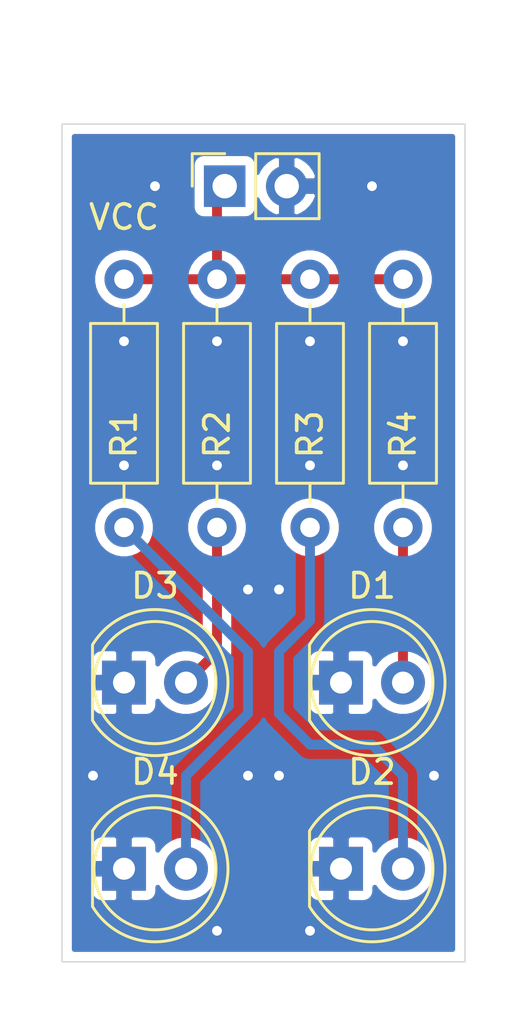
<source format=kicad_pcb>
(kicad_pcb (version 20171130) (host pcbnew "(5.1.5)-3")

  (general
    (thickness 1.6)
    (drawings 7)
    (tracks 37)
    (zones 0)
    (modules 9)
    (nets 7)
  )

  (page A4)
  (layers
    (0 F.Cu signal)
    (31 B.Cu signal)
    (32 B.Adhes user)
    (33 F.Adhes user)
    (34 B.Paste user)
    (35 F.Paste user)
    (36 B.SilkS user)
    (37 F.SilkS user)
    (38 B.Mask user)
    (39 F.Mask user)
    (40 Dwgs.User user)
    (41 Cmts.User user)
    (42 Eco1.User user)
    (43 Eco2.User user)
    (44 Edge.Cuts user)
    (45 Margin user)
    (46 B.CrtYd user)
    (47 F.CrtYd user)
    (48 B.Fab user)
    (49 F.Fab user)
  )

  (setup
    (last_trace_width 0.4064)
    (user_trace_width 0.3048)
    (user_trace_width 0.4064)
    (trace_clearance 0.2)
    (zone_clearance 0.381)
    (zone_45_only no)
    (trace_min 0.1524)
    (via_size 0.8)
    (via_drill 0.4)
    (via_min_size 0.508)
    (via_min_drill 0.254)
    (user_via 0.4064 0.254)
    (uvia_size 0.3)
    (uvia_drill 0.1)
    (uvias_allowed no)
    (uvia_min_size 0)
    (uvia_min_drill 0)
    (edge_width 0.05)
    (segment_width 0.2)
    (pcb_text_width 0.3)
    (pcb_text_size 1.5 1.5)
    (mod_edge_width 0.12)
    (mod_text_size 1 1)
    (mod_text_width 0.15)
    (pad_size 1.524 1.524)
    (pad_drill 0.762)
    (pad_to_mask_clearance 0.0508)
    (solder_mask_min_width 0.1016)
    (aux_axis_origin 143.51 152.4)
    (visible_elements FFFFFF7F)
    (pcbplotparams
      (layerselection 0x010fc_ffffffff)
      (usegerberextensions false)
      (usegerberattributes false)
      (usegerberadvancedattributes false)
      (creategerberjobfile false)
      (excludeedgelayer true)
      (linewidth 0.100000)
      (plotframeref false)
      (viasonmask false)
      (mode 1)
      (useauxorigin false)
      (hpglpennumber 1)
      (hpglpenspeed 20)
      (hpglpendiameter 15.000000)
      (psnegative false)
      (psa4output false)
      (plotreference true)
      (plotvalue true)
      (plotinvisibletext false)
      (padsonsilk false)
      (subtractmaskfromsilk false)
      (outputformat 1)
      (mirror false)
      (drillshape 1)
      (scaleselection 1)
      (outputdirectory ""))
  )

  (net 0 "")
  (net 1 "Net-(D1-Pad2)")
  (net 2 GND)
  (net 3 "Net-(D2-Pad2)")
  (net 4 "Net-(D3-Pad2)")
  (net 5 "Net-(D4-Pad2)")
  (net 6 VCC)

  (net_class Default "This is the default net class."
    (clearance 0.2)
    (trace_width 0.25)
    (via_dia 0.8)
    (via_drill 0.4)
    (uvia_dia 0.3)
    (uvia_drill 0.1)
    (add_net GND)
    (add_net "Net-(D1-Pad2)")
    (add_net "Net-(D2-Pad2)")
    (add_net "Net-(D3-Pad2)")
    (add_net "Net-(D4-Pad2)")
    (add_net VCC)
  )

  (module Resistor_THT:R_Axial_DIN0207_L6.3mm_D2.5mm_P10.16mm_Horizontal (layer F.Cu) (tedit 5AE5139B) (tstamp 5E728E95)
    (at 157.48 124.46 270)
    (descr "Resistor, Axial_DIN0207 series, Axial, Horizontal, pin pitch=10.16mm, 0.25W = 1/4W, length*diameter=6.3*2.5mm^2, http://cdn-reichelt.de/documents/datenblatt/B400/1_4W%23YAG.pdf")
    (tags "Resistor Axial_DIN0207 series Axial Horizontal pin pitch 10.16mm 0.25W = 1/4W length 6.3mm diameter 2.5mm")
    (path /5E72E941)
    (fp_text reference R4 (at 6.35 0 90) (layer F.SilkS)
      (effects (font (size 1 1) (thickness 0.15)))
    )
    (fp_text value R_US (at 5.08 21.59 90) (layer F.Fab) hide
      (effects (font (size 1 1) (thickness 0.15)))
    )
    (fp_text user %R (at 3.81 0 90) (layer F.Fab)
      (effects (font (size 1 1) (thickness 0.15)))
    )
    (fp_line (start 11.21 -1.5) (end -1.05 -1.5) (layer F.CrtYd) (width 0.05))
    (fp_line (start 11.21 1.5) (end 11.21 -1.5) (layer F.CrtYd) (width 0.05))
    (fp_line (start -1.05 1.5) (end 11.21 1.5) (layer F.CrtYd) (width 0.05))
    (fp_line (start -1.05 -1.5) (end -1.05 1.5) (layer F.CrtYd) (width 0.05))
    (fp_line (start 9.12 0) (end 8.35 0) (layer F.SilkS) (width 0.12))
    (fp_line (start 1.04 0) (end 1.81 0) (layer F.SilkS) (width 0.12))
    (fp_line (start 8.35 -1.37) (end 1.81 -1.37) (layer F.SilkS) (width 0.12))
    (fp_line (start 8.35 1.37) (end 8.35 -1.37) (layer F.SilkS) (width 0.12))
    (fp_line (start 1.81 1.37) (end 8.35 1.37) (layer F.SilkS) (width 0.12))
    (fp_line (start 1.81 -1.37) (end 1.81 1.37) (layer F.SilkS) (width 0.12))
    (fp_line (start 10.16 0) (end 8.23 0) (layer F.Fab) (width 0.1))
    (fp_line (start 0 0) (end 1.93 0) (layer F.Fab) (width 0.1))
    (fp_line (start 8.23 -1.25) (end 1.93 -1.25) (layer F.Fab) (width 0.1))
    (fp_line (start 8.23 1.25) (end 8.23 -1.25) (layer F.Fab) (width 0.1))
    (fp_line (start 1.93 1.25) (end 8.23 1.25) (layer F.Fab) (width 0.1))
    (fp_line (start 1.93 -1.25) (end 1.93 1.25) (layer F.Fab) (width 0.1))
    (pad 2 thru_hole oval (at 10.16 0 270) (size 1.6 1.6) (drill 0.8) (layers *.Cu *.Mask)
      (net 1 "Net-(D1-Pad2)"))
    (pad 1 thru_hole circle (at 0 0 270) (size 1.6 1.6) (drill 0.8) (layers *.Cu *.Mask)
      (net 6 VCC))
    (model ${KISYS3DMOD}/Resistor_THT.3dshapes/R_Axial_DIN0207_L6.3mm_D2.5mm_P10.16mm_Horizontal.wrl
      (at (xyz 0 0 0))
      (scale (xyz 1 1 1))
      (rotate (xyz 0 0 0))
    )
  )

  (module Resistor_THT:R_Axial_DIN0207_L6.3mm_D2.5mm_P10.16mm_Horizontal (layer F.Cu) (tedit 5AE5139B) (tstamp 5E728E7E)
    (at 153.67 124.46 270)
    (descr "Resistor, Axial_DIN0207 series, Axial, Horizontal, pin pitch=10.16mm, 0.25W = 1/4W, length*diameter=6.3*2.5mm^2, http://cdn-reichelt.de/documents/datenblatt/B400/1_4W%23YAG.pdf")
    (tags "Resistor Axial_DIN0207 series Axial Horizontal pin pitch 10.16mm 0.25W = 1/4W length 6.3mm diameter 2.5mm")
    (path /5E738548)
    (fp_text reference R3 (at 6.35 0 90) (layer F.SilkS)
      (effects (font (size 1 1) (thickness 0.15)))
    )
    (fp_text value R_US (at 5.08 16.51 90) (layer F.Fab) hide
      (effects (font (size 1 1) (thickness 0.15)))
    )
    (fp_text user %R (at 3.81 0 90) (layer F.Fab)
      (effects (font (size 1 1) (thickness 0.15)))
    )
    (fp_line (start 11.21 -1.5) (end -1.05 -1.5) (layer F.CrtYd) (width 0.05))
    (fp_line (start 11.21 1.5) (end 11.21 -1.5) (layer F.CrtYd) (width 0.05))
    (fp_line (start -1.05 1.5) (end 11.21 1.5) (layer F.CrtYd) (width 0.05))
    (fp_line (start -1.05 -1.5) (end -1.05 1.5) (layer F.CrtYd) (width 0.05))
    (fp_line (start 9.12 0) (end 8.35 0) (layer F.SilkS) (width 0.12))
    (fp_line (start 1.04 0) (end 1.81 0) (layer F.SilkS) (width 0.12))
    (fp_line (start 8.35 -1.37) (end 1.81 -1.37) (layer F.SilkS) (width 0.12))
    (fp_line (start 8.35 1.37) (end 8.35 -1.37) (layer F.SilkS) (width 0.12))
    (fp_line (start 1.81 1.37) (end 8.35 1.37) (layer F.SilkS) (width 0.12))
    (fp_line (start 1.81 -1.37) (end 1.81 1.37) (layer F.SilkS) (width 0.12))
    (fp_line (start 10.16 0) (end 8.23 0) (layer F.Fab) (width 0.1))
    (fp_line (start 0 0) (end 1.93 0) (layer F.Fab) (width 0.1))
    (fp_line (start 8.23 -1.25) (end 1.93 -1.25) (layer F.Fab) (width 0.1))
    (fp_line (start 8.23 1.25) (end 8.23 -1.25) (layer F.Fab) (width 0.1))
    (fp_line (start 1.93 1.25) (end 8.23 1.25) (layer F.Fab) (width 0.1))
    (fp_line (start 1.93 -1.25) (end 1.93 1.25) (layer F.Fab) (width 0.1))
    (pad 2 thru_hole oval (at 10.16 0 270) (size 1.6 1.6) (drill 0.8) (layers *.Cu *.Mask)
      (net 3 "Net-(D2-Pad2)"))
    (pad 1 thru_hole circle (at 0 0 270) (size 1.6 1.6) (drill 0.8) (layers *.Cu *.Mask)
      (net 6 VCC))
    (model ${KISYS3DMOD}/Resistor_THT.3dshapes/R_Axial_DIN0207_L6.3mm_D2.5mm_P10.16mm_Horizontal.wrl
      (at (xyz 0 0 0))
      (scale (xyz 1 1 1))
      (rotate (xyz 0 0 0))
    )
  )

  (module Resistor_THT:R_Axial_DIN0207_L6.3mm_D2.5mm_P10.16mm_Horizontal (layer F.Cu) (tedit 5AE5139B) (tstamp 5E728E67)
    (at 149.86 124.46 270)
    (descr "Resistor, Axial_DIN0207 series, Axial, Horizontal, pin pitch=10.16mm, 0.25W = 1/4W, length*diameter=6.3*2.5mm^2, http://cdn-reichelt.de/documents/datenblatt/B400/1_4W%23YAG.pdf")
    (tags "Resistor Axial_DIN0207 series Axial Horizontal pin pitch 10.16mm 0.25W = 1/4W length 6.3mm diameter 2.5mm")
    (path /5E738BDE)
    (fp_text reference R2 (at 6.35 0 90) (layer F.SilkS)
      (effects (font (size 1 1) (thickness 0.15)))
    )
    (fp_text value R_US (at 5.08 11.43 90) (layer F.Fab) hide
      (effects (font (size 1 1) (thickness 0.15)))
    )
    (fp_text user %R (at 3.81 0 90) (layer F.Fab)
      (effects (font (size 1 1) (thickness 0.15)))
    )
    (fp_line (start 11.21 -1.5) (end -1.05 -1.5) (layer F.CrtYd) (width 0.05))
    (fp_line (start 11.21 1.5) (end 11.21 -1.5) (layer F.CrtYd) (width 0.05))
    (fp_line (start -1.05 1.5) (end 11.21 1.5) (layer F.CrtYd) (width 0.05))
    (fp_line (start -1.05 -1.5) (end -1.05 1.5) (layer F.CrtYd) (width 0.05))
    (fp_line (start 9.12 0) (end 8.35 0) (layer F.SilkS) (width 0.12))
    (fp_line (start 1.04 0) (end 1.81 0) (layer F.SilkS) (width 0.12))
    (fp_line (start 8.35 -1.37) (end 1.81 -1.37) (layer F.SilkS) (width 0.12))
    (fp_line (start 8.35 1.37) (end 8.35 -1.37) (layer F.SilkS) (width 0.12))
    (fp_line (start 1.81 1.37) (end 8.35 1.37) (layer F.SilkS) (width 0.12))
    (fp_line (start 1.81 -1.37) (end 1.81 1.37) (layer F.SilkS) (width 0.12))
    (fp_line (start 10.16 0) (end 8.23 0) (layer F.Fab) (width 0.1))
    (fp_line (start 0 0) (end 1.93 0) (layer F.Fab) (width 0.1))
    (fp_line (start 8.23 -1.25) (end 1.93 -1.25) (layer F.Fab) (width 0.1))
    (fp_line (start 8.23 1.25) (end 8.23 -1.25) (layer F.Fab) (width 0.1))
    (fp_line (start 1.93 1.25) (end 8.23 1.25) (layer F.Fab) (width 0.1))
    (fp_line (start 1.93 -1.25) (end 1.93 1.25) (layer F.Fab) (width 0.1))
    (pad 2 thru_hole oval (at 10.16 0 270) (size 1.6 1.6) (drill 0.8) (layers *.Cu *.Mask)
      (net 4 "Net-(D3-Pad2)"))
    (pad 1 thru_hole circle (at 0 0 270) (size 1.6 1.6) (drill 0.8) (layers *.Cu *.Mask)
      (net 6 VCC))
    (model ${KISYS3DMOD}/Resistor_THT.3dshapes/R_Axial_DIN0207_L6.3mm_D2.5mm_P10.16mm_Horizontal.wrl
      (at (xyz 0 0 0))
      (scale (xyz 1 1 1))
      (rotate (xyz 0 0 0))
    )
  )

  (module Resistor_THT:R_Axial_DIN0207_L6.3mm_D2.5mm_P10.16mm_Horizontal (layer F.Cu) (tedit 5AE5139B) (tstamp 5E728E50)
    (at 146.05 124.46 270)
    (descr "Resistor, Axial_DIN0207 series, Axial, Horizontal, pin pitch=10.16mm, 0.25W = 1/4W, length*diameter=6.3*2.5mm^2, http://cdn-reichelt.de/documents/datenblatt/B400/1_4W%23YAG.pdf")
    (tags "Resistor Axial_DIN0207 series Axial Horizontal pin pitch 10.16mm 0.25W = 1/4W length 6.3mm diameter 2.5mm")
    (path /5E739426)
    (fp_text reference R1 (at 6.35 0 90) (layer F.SilkS)
      (effects (font (size 1 1) (thickness 0.15)))
    )
    (fp_text value R_US (at 5.08 6.35 90) (layer F.Fab) hide
      (effects (font (size 1 1) (thickness 0.15)))
    )
    (fp_text user %R (at 3.81 0 90) (layer F.Fab)
      (effects (font (size 1 1) (thickness 0.15)))
    )
    (fp_line (start 11.21 -1.5) (end -1.05 -1.5) (layer F.CrtYd) (width 0.05))
    (fp_line (start 11.21 1.5) (end 11.21 -1.5) (layer F.CrtYd) (width 0.05))
    (fp_line (start -1.05 1.5) (end 11.21 1.5) (layer F.CrtYd) (width 0.05))
    (fp_line (start -1.05 -1.5) (end -1.05 1.5) (layer F.CrtYd) (width 0.05))
    (fp_line (start 9.12 0) (end 8.35 0) (layer F.SilkS) (width 0.12))
    (fp_line (start 1.04 0) (end 1.81 0) (layer F.SilkS) (width 0.12))
    (fp_line (start 8.35 -1.37) (end 1.81 -1.37) (layer F.SilkS) (width 0.12))
    (fp_line (start 8.35 1.37) (end 8.35 -1.37) (layer F.SilkS) (width 0.12))
    (fp_line (start 1.81 1.37) (end 8.35 1.37) (layer F.SilkS) (width 0.12))
    (fp_line (start 1.81 -1.37) (end 1.81 1.37) (layer F.SilkS) (width 0.12))
    (fp_line (start 10.16 0) (end 8.23 0) (layer F.Fab) (width 0.1))
    (fp_line (start 0 0) (end 1.93 0) (layer F.Fab) (width 0.1))
    (fp_line (start 8.23 -1.25) (end 1.93 -1.25) (layer F.Fab) (width 0.1))
    (fp_line (start 8.23 1.25) (end 8.23 -1.25) (layer F.Fab) (width 0.1))
    (fp_line (start 1.93 1.25) (end 8.23 1.25) (layer F.Fab) (width 0.1))
    (fp_line (start 1.93 -1.25) (end 1.93 1.25) (layer F.Fab) (width 0.1))
    (pad 2 thru_hole oval (at 10.16 0 270) (size 1.6 1.6) (drill 0.8) (layers *.Cu *.Mask)
      (net 5 "Net-(D4-Pad2)"))
    (pad 1 thru_hole circle (at 0 0 270) (size 1.6 1.6) (drill 0.8) (layers *.Cu *.Mask)
      (net 6 VCC))
    (model ${KISYS3DMOD}/Resistor_THT.3dshapes/R_Axial_DIN0207_L6.3mm_D2.5mm_P10.16mm_Horizontal.wrl
      (at (xyz 0 0 0))
      (scale (xyz 1 1 1))
      (rotate (xyz 0 0 0))
    )
  )

  (module Connector_PinSocket_2.54mm:PinSocket_1x02_P2.54mm_Vertical (layer F.Cu) (tedit 5A19A420) (tstamp 5E728E39)
    (at 150.175016 120.65 90)
    (descr "Through hole straight socket strip, 1x02, 2.54mm pitch, single row (from Kicad 4.0.7), script generated")
    (tags "Through hole socket strip THT 1x02 2.54mm single row")
    (path /5E734E5A)
    (fp_text reference VCC (at -1.27 -4.125016 180) (layer F.SilkS)
      (effects (font (size 1 1) (thickness 0.15)))
    )
    (fp_text value Conn_01x02_Male (at -11.544647 -16.825016 90) (layer F.Fab) hide
      (effects (font (size 1 1) (thickness 0.15)))
    )
    (fp_text user VCC (at -1.27 -4.125016) (layer F.Fab)
      (effects (font (size 1 1) (thickness 0.15)))
    )
    (fp_line (start -1.8 4.3) (end -1.8 -1.8) (layer F.CrtYd) (width 0.05))
    (fp_line (start 1.75 4.3) (end -1.8 4.3) (layer F.CrtYd) (width 0.05))
    (fp_line (start 1.75 -1.8) (end 1.75 4.3) (layer F.CrtYd) (width 0.05))
    (fp_line (start -1.8 -1.8) (end 1.75 -1.8) (layer F.CrtYd) (width 0.05))
    (fp_line (start 0 -1.33) (end 1.33 -1.33) (layer F.SilkS) (width 0.12))
    (fp_line (start 1.33 -1.33) (end 1.33 0) (layer F.SilkS) (width 0.12))
    (fp_line (start 1.33 1.27) (end 1.33 3.87) (layer F.SilkS) (width 0.12))
    (fp_line (start -1.33 3.87) (end 1.33 3.87) (layer F.SilkS) (width 0.12))
    (fp_line (start -1.33 1.27) (end -1.33 3.87) (layer F.SilkS) (width 0.12))
    (fp_line (start -1.33 1.27) (end 1.33 1.27) (layer F.SilkS) (width 0.12))
    (fp_line (start -1.27 3.81) (end -1.27 -1.27) (layer F.Fab) (width 0.1))
    (fp_line (start 1.27 3.81) (end -1.27 3.81) (layer F.Fab) (width 0.1))
    (fp_line (start 1.27 -0.635) (end 1.27 3.81) (layer F.Fab) (width 0.1))
    (fp_line (start 0.635 -1.27) (end 1.27 -0.635) (layer F.Fab) (width 0.1))
    (fp_line (start -1.27 -1.27) (end 0.635 -1.27) (layer F.Fab) (width 0.1))
    (pad 2 thru_hole oval (at 0 2.54 90) (size 1.7 1.7) (drill 1) (layers *.Cu *.Mask)
      (net 2 GND))
    (pad 1 thru_hole rect (at 0 0 90) (size 1.7 1.7) (drill 1) (layers *.Cu *.Mask)
      (net 6 VCC))
    (model ${KISYS3DMOD}/Connector_PinSocket_2.54mm.3dshapes/PinSocket_1x02_P2.54mm_Vertical.wrl
      (at (xyz 0 0 0))
      (scale (xyz 1 1 1))
      (rotate (xyz 0 0 0))
    )
  )

  (module LED_THT:LED_D5.0mm (layer F.Cu) (tedit 5995936A) (tstamp 5E728E23)
    (at 146.05 148.59)
    (descr "LED, diameter 5.0mm, 2 pins, http://cdn-reichelt.de/documents/datenblatt/A500/LL-504BC2E-009.pdf")
    (tags "LED diameter 5.0mm 2 pins")
    (path /5E728A5B)
    (fp_text reference D4 (at 1.27 -3.96) (layer F.SilkS)
      (effects (font (size 1 1) (thickness 0.15)))
    )
    (fp_text value LED (at -6.35 -6.35) (layer F.Fab) hide
      (effects (font (size 1 1) (thickness 0.15)))
    )
    (fp_text user %R (at 5.63365 -2.692813) (layer F.Fab)
      (effects (font (size 0.8 0.8) (thickness 0.2)))
    )
    (fp_line (start 4.5 -3.25) (end -1.95 -3.25) (layer F.CrtYd) (width 0.05))
    (fp_line (start 4.5 3.25) (end 4.5 -3.25) (layer F.CrtYd) (width 0.05))
    (fp_line (start -1.95 3.25) (end 4.5 3.25) (layer F.CrtYd) (width 0.05))
    (fp_line (start -1.95 -3.25) (end -1.95 3.25) (layer F.CrtYd) (width 0.05))
    (fp_line (start -1.29 -1.545) (end -1.29 1.545) (layer F.SilkS) (width 0.12))
    (fp_line (start -1.23 -1.469694) (end -1.23 1.469694) (layer F.Fab) (width 0.1))
    (fp_circle (center 1.27 0) (end 3.77 0) (layer F.SilkS) (width 0.12))
    (fp_circle (center 1.27 0) (end 3.77 0) (layer F.Fab) (width 0.1))
    (fp_arc (start 1.27 0) (end -1.29 1.54483) (angle -148.9) (layer F.SilkS) (width 0.12))
    (fp_arc (start 1.27 0) (end -1.29 -1.54483) (angle 148.9) (layer F.SilkS) (width 0.12))
    (fp_arc (start 1.27 0) (end -1.23 -1.469694) (angle 299.1) (layer F.Fab) (width 0.1))
    (pad 2 thru_hole circle (at 2.54 0) (size 1.8 1.8) (drill 0.9) (layers *.Cu *.Mask)
      (net 5 "Net-(D4-Pad2)"))
    (pad 1 thru_hole rect (at 0 0) (size 1.8 1.8) (drill 0.9) (layers *.Cu *.Mask)
      (net 2 GND))
    (model ${KISYS3DMOD}/LED_THT.3dshapes/LED_D5.0mm.wrl
      (at (xyz 0 0 0))
      (scale (xyz 1 1 1))
      (rotate (xyz 0 0 0))
    )
  )

  (module LED_THT:LED_D5.0mm (layer F.Cu) (tedit 5995936A) (tstamp 5E728E11)
    (at 146.05 140.97)
    (descr "LED, diameter 5.0mm, 2 pins, http://cdn-reichelt.de/documents/datenblatt/A500/LL-504BC2E-009.pdf")
    (tags "LED diameter 5.0mm 2 pins")
    (path /5E72930A)
    (fp_text reference D3 (at 1.27 -3.96) (layer F.SilkS)
      (effects (font (size 1 1) (thickness 0.15)))
    )
    (fp_text value LED (at -6.35 0) (layer F.Fab) hide
      (effects (font (size 1 1) (thickness 0.15)))
    )
    (fp_text user %R (at 5.63365 -2.547879) (layer F.Fab)
      (effects (font (size 0.8 0.8) (thickness 0.2)))
    )
    (fp_line (start 4.5 -3.25) (end -1.95 -3.25) (layer F.CrtYd) (width 0.05))
    (fp_line (start 4.5 3.25) (end 4.5 -3.25) (layer F.CrtYd) (width 0.05))
    (fp_line (start -1.95 3.25) (end 4.5 3.25) (layer F.CrtYd) (width 0.05))
    (fp_line (start -1.95 -3.25) (end -1.95 3.25) (layer F.CrtYd) (width 0.05))
    (fp_line (start -1.29 -1.545) (end -1.29 1.545) (layer F.SilkS) (width 0.12))
    (fp_line (start -1.23 -1.469694) (end -1.23 1.469694) (layer F.Fab) (width 0.1))
    (fp_circle (center 1.27 0) (end 3.77 0) (layer F.SilkS) (width 0.12))
    (fp_circle (center 1.27 0) (end 3.77 0) (layer F.Fab) (width 0.1))
    (fp_arc (start 1.27 0) (end -1.29 1.54483) (angle -148.9) (layer F.SilkS) (width 0.12))
    (fp_arc (start 1.27 0) (end -1.29 -1.54483) (angle 148.9) (layer F.SilkS) (width 0.12))
    (fp_arc (start 1.27 0) (end -1.23 -1.469694) (angle 299.1) (layer F.Fab) (width 0.1))
    (pad 2 thru_hole circle (at 2.54 0) (size 1.8 1.8) (drill 0.9) (layers *.Cu *.Mask)
      (net 4 "Net-(D3-Pad2)"))
    (pad 1 thru_hole rect (at 0 0) (size 1.8 1.8) (drill 0.9) (layers *.Cu *.Mask)
      (net 2 GND))
    (model ${KISYS3DMOD}/LED_THT.3dshapes/LED_D5.0mm.wrl
      (at (xyz 0 0 0))
      (scale (xyz 1 1 1))
      (rotate (xyz 0 0 0))
    )
  )

  (module LED_THT:LED_D5.0mm (layer F.Cu) (tedit 5995936A) (tstamp 5E728DFF)
    (at 154.94 148.59)
    (descr "LED, diameter 5.0mm, 2 pins, http://cdn-reichelt.de/documents/datenblatt/A500/LL-504BC2E-009.pdf")
    (tags "LED diameter 5.0mm 2 pins")
    (path /5E7299D0)
    (fp_text reference D2 (at 1.27 -3.96) (layer F.SilkS)
      (effects (font (size 1 1) (thickness 0.15)))
    )
    (fp_text value LED (at -15.24 -5.08) (layer F.Fab) hide
      (effects (font (size 1 1) (thickness 0.15)))
    )
    (fp_text user %R (at -3.359811 2.506108) (layer F.Fab)
      (effects (font (size 0.8 0.8) (thickness 0.2)))
    )
    (fp_line (start 4.5 -3.25) (end -1.95 -3.25) (layer F.CrtYd) (width 0.05))
    (fp_line (start 4.5 3.25) (end 4.5 -3.25) (layer F.CrtYd) (width 0.05))
    (fp_line (start -1.95 3.25) (end 4.5 3.25) (layer F.CrtYd) (width 0.05))
    (fp_line (start -1.95 -3.25) (end -1.95 3.25) (layer F.CrtYd) (width 0.05))
    (fp_line (start -1.29 -1.545) (end -1.29 1.545) (layer F.SilkS) (width 0.12))
    (fp_line (start -1.23 -1.469694) (end -1.23 1.469694) (layer F.Fab) (width 0.1))
    (fp_circle (center 1.27 0) (end 3.77 0) (layer F.SilkS) (width 0.12))
    (fp_circle (center 1.27 0) (end 3.77 0) (layer F.Fab) (width 0.1))
    (fp_arc (start 1.27 0) (end -1.29 1.54483) (angle -148.9) (layer F.SilkS) (width 0.12))
    (fp_arc (start 1.27 0) (end -1.29 -1.54483) (angle 148.9) (layer F.SilkS) (width 0.12))
    (fp_arc (start 1.27 0) (end -1.23 -1.469694) (angle 299.1) (layer F.Fab) (width 0.1))
    (pad 2 thru_hole circle (at 2.54 0) (size 1.8 1.8) (drill 0.9) (layers *.Cu *.Mask)
      (net 3 "Net-(D2-Pad2)"))
    (pad 1 thru_hole rect (at 0 0) (size 1.8 1.8) (drill 0.9) (layers *.Cu *.Mask)
      (net 2 GND))
    (model ${KISYS3DMOD}/LED_THT.3dshapes/LED_D5.0mm.wrl
      (at (xyz 0 0 0))
      (scale (xyz 1 1 1))
      (rotate (xyz 0 0 0))
    )
  )

  (module LED_THT:LED_D5.0mm (layer F.Cu) (tedit 5995936A) (tstamp 5E728DED)
    (at 154.94 140.97)
    (descr "LED, diameter 5.0mm, 2 pins, http://cdn-reichelt.de/documents/datenblatt/A500/LL-504BC2E-009.pdf")
    (tags "LED diameter 5.0mm 2 pins")
    (path /5E728454)
    (fp_text reference D1 (at 1.27 -3.96) (layer F.SilkS)
      (effects (font (size 1 1) (thickness 0.15)))
    )
    (fp_text value LED (at -15.24 3.81) (layer F.Fab) hide
      (effects (font (size 1 1) (thickness 0.15)))
    )
    (fp_text user %R (at -3.178754 2.651042) (layer F.Fab)
      (effects (font (size 0.8 0.8) (thickness 0.2)))
    )
    (fp_line (start 4.5 -3.25) (end -1.95 -3.25) (layer F.CrtYd) (width 0.05))
    (fp_line (start 4.5 3.25) (end 4.5 -3.25) (layer F.CrtYd) (width 0.05))
    (fp_line (start -1.95 3.25) (end 4.5 3.25) (layer F.CrtYd) (width 0.05))
    (fp_line (start -1.95 -3.25) (end -1.95 3.25) (layer F.CrtYd) (width 0.05))
    (fp_line (start -1.29 -1.545) (end -1.29 1.545) (layer F.SilkS) (width 0.12))
    (fp_line (start -1.23 -1.469694) (end -1.23 1.469694) (layer F.Fab) (width 0.1))
    (fp_circle (center 1.27 0) (end 3.77 0) (layer F.SilkS) (width 0.12))
    (fp_circle (center 1.27 0) (end 3.77 0) (layer F.Fab) (width 0.1))
    (fp_arc (start 1.27 0) (end -1.29 1.54483) (angle -148.9) (layer F.SilkS) (width 0.12))
    (fp_arc (start 1.27 0) (end -1.29 -1.54483) (angle 148.9) (layer F.SilkS) (width 0.12))
    (fp_arc (start 1.27 0) (end -1.23 -1.469694) (angle 299.1) (layer F.Fab) (width 0.1))
    (pad 2 thru_hole circle (at 2.54 0) (size 1.8 1.8) (drill 0.9) (layers *.Cu *.Mask)
      (net 1 "Net-(D1-Pad2)"))
    (pad 1 thru_hole rect (at 0 0) (size 1.8 1.8) (drill 0.9) (layers *.Cu *.Mask)
      (net 2 GND))
    (model ${KISYS3DMOD}/LED_THT.3dshapes/LED_D5.0mm.wrl
      (at (xyz 0 0 0))
      (scale (xyz 1 1 1))
      (rotate (xyz 0 0 0))
    )
  )

  (gr_text W4XZR (at 151.13 129.54) (layer B.Mask)
    (effects (font (size 2.286 2.286) (thickness 0.3048)) (justify mirror))
  )
  (gr_line (start 160.02 152.4) (end 143.51 152.4) (layer Edge.Cuts) (width 0.05) (tstamp 5E72991F))
  (gr_line (start 160.02 118.11) (end 160.02 152.4) (layer Edge.Cuts) (width 0.05))
  (gr_line (start 143.51 118.11) (end 160.02 118.11) (layer Edge.Cuts) (width 0.05))
  (gr_line (start 143.51 152.4) (end 143.51 118.11) (layer Edge.Cuts) (width 0.05))
  (gr_text "<\n>" (at 151.606054 140.708523) (layer F.Fab) (tstamp 5E72991D)
    (effects (font (size 1 1) (thickness 0.15)))
  )
  (gr_text "<\n>" (at 151.606054 148.328523) (layer F.Fab)
    (effects (font (size 1 1) (thickness 0.15)))
  )

  (via (at 147.32 120.65) (size 0.8) (drill 0.4) (layers F.Cu B.Cu) (net 2) (tstamp 5E729C0F))
  (segment (start 157.48 140.97) (end 157.48 134.62) (width 0.4064) (layer F.Cu) (net 1))
  (via (at 156.21 120.65) (size 0.8) (drill 0.4) (layers F.Cu B.Cu) (net 2))
  (via (at 151.13 144.78) (size 0.8) (drill 0.4) (layers F.Cu B.Cu) (net 2))
  (via (at 152.4 144.78) (size 0.8) (drill 0.4) (layers F.Cu B.Cu) (net 2))
  (via (at 151.13 137.16) (size 0.8) (drill 0.4) (layers F.Cu B.Cu) (net 2))
  (via (at 152.4 137.16) (size 0.8) (drill 0.4) (layers F.Cu B.Cu) (net 2))
  (via (at 149.86 132.08) (size 0.8) (drill 0.4) (layers F.Cu B.Cu) (net 2))
  (via (at 153.67 132.08) (size 0.8) (drill 0.4) (layers F.Cu B.Cu) (net 2))
  (via (at 157.48 132.08) (size 0.8) (drill 0.4) (layers F.Cu B.Cu) (net 2))
  (via (at 146.05 132.08) (size 0.8) (drill 0.4) (layers F.Cu B.Cu) (net 2))
  (via (at 146.05 127) (size 0.8) (drill 0.4) (layers F.Cu B.Cu) (net 2))
  (via (at 149.86 127) (size 0.8) (drill 0.4) (layers F.Cu B.Cu) (net 2))
  (via (at 153.67 127) (size 0.8) (drill 0.4) (layers F.Cu B.Cu) (net 2))
  (via (at 157.48 127) (size 0.8) (drill 0.4) (layers F.Cu B.Cu) (net 2))
  (via (at 158.75 144.78) (size 0.8) (drill 0.4) (layers F.Cu B.Cu) (net 2))
  (via (at 144.78 144.78) (size 0.8) (drill 0.4) (layers F.Cu B.Cu) (net 2))
  (via (at 149.86 151.13) (size 0.8) (drill 0.4) (layers F.Cu B.Cu) (net 2))
  (via (at 153.67 151.13) (size 0.8) (drill 0.4) (layers F.Cu B.Cu) (net 2))
  (segment (start 157.48 144.78) (end 156.21 143.51) (width 0.4064) (layer B.Cu) (net 3))
  (segment (start 157.48 148.59) (end 157.48 144.78) (width 0.4064) (layer B.Cu) (net 3))
  (segment (start 156.21 143.51) (end 153.67 143.51) (width 0.4064) (layer B.Cu) (net 3))
  (segment (start 153.67 143.51) (end 152.4 142.24) (width 0.4064) (layer B.Cu) (net 3))
  (segment (start 152.4 142.24) (end 152.4 139.7) (width 0.4064) (layer B.Cu) (net 3))
  (segment (start 153.67 134.62) (end 153.67 138.43) (width 0.4064) (layer B.Cu) (net 3))
  (segment (start 153.67 138.43) (end 152.4 139.7) (width 0.4064) (layer B.Cu) (net 3))
  (segment (start 149.86 139.7) (end 148.59 140.97) (width 0.4064) (layer F.Cu) (net 4))
  (segment (start 149.86 134.62) (end 149.86 139.7) (width 0.4064) (layer F.Cu) (net 4))
  (segment (start 151.13 142.24) (end 148.59 144.78) (width 0.4064) (layer B.Cu) (net 5))
  (segment (start 151.13 139.7) (end 151.13 142.24) (width 0.4064) (layer B.Cu) (net 5))
  (segment (start 148.59 144.78) (end 148.59 148.59) (width 0.4064) (layer B.Cu) (net 5))
  (segment (start 146.05 134.62) (end 151.13 139.7) (width 0.4064) (layer B.Cu) (net 5))
  (segment (start 157.48 124.46) (end 153.67 124.46) (width 0.4064) (layer F.Cu) (net 6))
  (segment (start 153.67 124.46) (end 149.86 124.46) (width 0.4064) (layer F.Cu) (net 6))
  (segment (start 149.86 124.46) (end 146.05 124.46) (width 0.4064) (layer F.Cu) (net 6))
  (segment (start 149.86 120.965016) (end 150.175016 120.65) (width 0.4064) (layer F.Cu) (net 6))
  (segment (start 149.86 124.46) (end 149.86 120.965016) (width 0.4064) (layer F.Cu) (net 6))

  (zone (net 2) (net_name GND) (layer F.Cu) (tstamp 0) (hatch edge 0.508)
    (connect_pads (clearance 0.381))
    (min_thickness 0.2032)
    (fill yes (arc_segments 32) (thermal_gap 0.4572) (thermal_bridge_width 0.635) (smoothing chamfer) (radius 0.0635))
    (polygon
      (pts
        (xy 161.29 153.67) (xy 142.24 154.94) (xy 142.24 114.3) (xy 161.29 114.3)
      )
    )
    (filled_polygon
      (pts
        (xy 159.512401 151.8924) (xy 144.0176 151.8924) (xy 144.0176 149.49) (xy 144.588496 149.49) (xy 144.599285 149.599544)
        (xy 144.631238 149.704878) (xy 144.683126 149.801955) (xy 144.752957 149.887043) (xy 144.838045 149.956874) (xy 144.935122 150.008762)
        (xy 145.040456 150.040715) (xy 145.15 150.051504) (xy 145.6944 150.0488) (xy 145.8341 149.9091) (xy 145.8341 148.8059)
        (xy 144.7309 148.8059) (xy 144.5912 148.9456) (xy 144.588496 149.49) (xy 144.0176 149.49) (xy 144.0176 147.69)
        (xy 144.588496 147.69) (xy 144.5912 148.2344) (xy 144.7309 148.3741) (xy 145.8341 148.3741) (xy 145.8341 147.2709)
        (xy 146.2659 147.2709) (xy 146.2659 148.3741) (xy 146.2859 148.3741) (xy 146.2859 148.8059) (xy 146.2659 148.8059)
        (xy 146.2659 149.9091) (xy 146.4056 150.0488) (xy 146.95 150.051504) (xy 147.059544 150.040715) (xy 147.164878 150.008762)
        (xy 147.261955 149.956874) (xy 147.347043 149.887043) (xy 147.416874 149.801955) (xy 147.468762 149.704878) (xy 147.500715 149.599544)
        (xy 147.511504 149.49) (xy 147.511377 149.464341) (xy 147.516064 149.471356) (xy 147.708644 149.663936) (xy 147.935093 149.815244)
        (xy 148.18671 149.919468) (xy 148.453826 149.9726) (xy 148.726174 149.9726) (xy 148.99329 149.919468) (xy 149.244907 149.815244)
        (xy 149.471356 149.663936) (xy 149.645292 149.49) (xy 153.478496 149.49) (xy 153.489285 149.599544) (xy 153.521238 149.704878)
        (xy 153.573126 149.801955) (xy 153.642957 149.887043) (xy 153.728045 149.956874) (xy 153.825122 150.008762) (xy 153.930456 150.040715)
        (xy 154.04 150.051504) (xy 154.5844 150.0488) (xy 154.7241 149.9091) (xy 154.7241 148.8059) (xy 153.6209 148.8059)
        (xy 153.4812 148.9456) (xy 153.478496 149.49) (xy 149.645292 149.49) (xy 149.663936 149.471356) (xy 149.815244 149.244907)
        (xy 149.919468 148.99329) (xy 149.9726 148.726174) (xy 149.9726 148.453826) (xy 149.919468 148.18671) (xy 149.815244 147.935093)
        (xy 149.663936 147.708644) (xy 149.645292 147.69) (xy 153.478496 147.69) (xy 153.4812 148.2344) (xy 153.6209 148.3741)
        (xy 154.7241 148.3741) (xy 154.7241 147.2709) (xy 155.1559 147.2709) (xy 155.1559 148.3741) (xy 155.1759 148.3741)
        (xy 155.1759 148.8059) (xy 155.1559 148.8059) (xy 155.1559 149.9091) (xy 155.2956 150.0488) (xy 155.84 150.051504)
        (xy 155.949544 150.040715) (xy 156.054878 150.008762) (xy 156.151955 149.956874) (xy 156.237043 149.887043) (xy 156.306874 149.801955)
        (xy 156.358762 149.704878) (xy 156.390715 149.599544) (xy 156.401504 149.49) (xy 156.401377 149.464341) (xy 156.406064 149.471356)
        (xy 156.598644 149.663936) (xy 156.825093 149.815244) (xy 157.07671 149.919468) (xy 157.343826 149.9726) (xy 157.616174 149.9726)
        (xy 157.88329 149.919468) (xy 158.134907 149.815244) (xy 158.361356 149.663936) (xy 158.553936 149.471356) (xy 158.705244 149.244907)
        (xy 158.809468 148.99329) (xy 158.8626 148.726174) (xy 158.8626 148.453826) (xy 158.809468 148.18671) (xy 158.705244 147.935093)
        (xy 158.553936 147.708644) (xy 158.361356 147.516064) (xy 158.134907 147.364756) (xy 157.88329 147.260532) (xy 157.616174 147.2074)
        (xy 157.343826 147.2074) (xy 157.07671 147.260532) (xy 156.825093 147.364756) (xy 156.598644 147.516064) (xy 156.406064 147.708644)
        (xy 156.401377 147.715659) (xy 156.401504 147.69) (xy 156.390715 147.580456) (xy 156.358762 147.475122) (xy 156.306874 147.378045)
        (xy 156.237043 147.292957) (xy 156.151955 147.223126) (xy 156.054878 147.171238) (xy 155.949544 147.139285) (xy 155.84 147.128496)
        (xy 155.2956 147.1312) (xy 155.1559 147.2709) (xy 154.7241 147.2709) (xy 154.5844 147.1312) (xy 154.04 147.128496)
        (xy 153.930456 147.139285) (xy 153.825122 147.171238) (xy 153.728045 147.223126) (xy 153.642957 147.292957) (xy 153.573126 147.378045)
        (xy 153.521238 147.475122) (xy 153.489285 147.580456) (xy 153.478496 147.69) (xy 149.645292 147.69) (xy 149.471356 147.516064)
        (xy 149.244907 147.364756) (xy 148.99329 147.260532) (xy 148.726174 147.2074) (xy 148.453826 147.2074) (xy 148.18671 147.260532)
        (xy 147.935093 147.364756) (xy 147.708644 147.516064) (xy 147.516064 147.708644) (xy 147.511377 147.715659) (xy 147.511504 147.69)
        (xy 147.500715 147.580456) (xy 147.468762 147.475122) (xy 147.416874 147.378045) (xy 147.347043 147.292957) (xy 147.261955 147.223126)
        (xy 147.164878 147.171238) (xy 147.059544 147.139285) (xy 146.95 147.128496) (xy 146.4056 147.1312) (xy 146.2659 147.2709)
        (xy 145.8341 147.2709) (xy 145.6944 147.1312) (xy 145.15 147.128496) (xy 145.040456 147.139285) (xy 144.935122 147.171238)
        (xy 144.838045 147.223126) (xy 144.752957 147.292957) (xy 144.683126 147.378045) (xy 144.631238 147.475122) (xy 144.599285 147.580456)
        (xy 144.588496 147.69) (xy 144.0176 147.69) (xy 144.0176 141.87) (xy 144.588496 141.87) (xy 144.599285 141.979544)
        (xy 144.631238 142.084878) (xy 144.683126 142.181955) (xy 144.752957 142.267043) (xy 144.838045 142.336874) (xy 144.935122 142.388762)
        (xy 145.040456 142.420715) (xy 145.15 142.431504) (xy 145.6944 142.4288) (xy 145.8341 142.2891) (xy 145.8341 141.1859)
        (xy 144.7309 141.1859) (xy 144.5912 141.3256) (xy 144.588496 141.87) (xy 144.0176 141.87) (xy 144.0176 140.07)
        (xy 144.588496 140.07) (xy 144.5912 140.6144) (xy 144.7309 140.7541) (xy 145.8341 140.7541) (xy 145.8341 139.6509)
        (xy 146.2659 139.6509) (xy 146.2659 140.7541) (xy 146.2859 140.7541) (xy 146.2859 141.1859) (xy 146.2659 141.1859)
        (xy 146.2659 142.2891) (xy 146.4056 142.4288) (xy 146.95 142.431504) (xy 147.059544 142.420715) (xy 147.164878 142.388762)
        (xy 147.261955 142.336874) (xy 147.347043 142.267043) (xy 147.416874 142.181955) (xy 147.468762 142.084878) (xy 147.500715 141.979544)
        (xy 147.511504 141.87) (xy 147.511377 141.844341) (xy 147.516064 141.851356) (xy 147.708644 142.043936) (xy 147.935093 142.195244)
        (xy 148.18671 142.299468) (xy 148.453826 142.3526) (xy 148.726174 142.3526) (xy 148.99329 142.299468) (xy 149.244907 142.195244)
        (xy 149.471356 142.043936) (xy 149.645292 141.87) (xy 153.478496 141.87) (xy 153.489285 141.979544) (xy 153.521238 142.084878)
        (xy 153.573126 142.181955) (xy 153.642957 142.267043) (xy 153.728045 142.336874) (xy 153.825122 142.388762) (xy 153.930456 142.420715)
        (xy 154.04 142.431504) (xy 154.5844 142.4288) (xy 154.7241 142.2891) (xy 154.7241 141.1859) (xy 153.6209 141.1859)
        (xy 153.4812 141.3256) (xy 153.478496 141.87) (xy 149.645292 141.87) (xy 149.663936 141.851356) (xy 149.815244 141.624907)
        (xy 149.919468 141.37329) (xy 149.9726 141.106174) (xy 149.9726 140.833826) (xy 149.926717 140.603151) (xy 150.321114 140.208753)
        (xy 150.34728 140.18728) (xy 150.432981 140.082853) (xy 150.439851 140.07) (xy 153.478496 140.07) (xy 153.4812 140.6144)
        (xy 153.6209 140.7541) (xy 154.7241 140.7541) (xy 154.7241 139.6509) (xy 155.1559 139.6509) (xy 155.1559 140.7541)
        (xy 155.1759 140.7541) (xy 155.1759 141.1859) (xy 155.1559 141.1859) (xy 155.1559 142.2891) (xy 155.2956 142.4288)
        (xy 155.84 142.431504) (xy 155.949544 142.420715) (xy 156.054878 142.388762) (xy 156.151955 142.336874) (xy 156.237043 142.267043)
        (xy 156.306874 142.181955) (xy 156.358762 142.084878) (xy 156.390715 141.979544) (xy 156.401504 141.87) (xy 156.401377 141.844341)
        (xy 156.406064 141.851356) (xy 156.598644 142.043936) (xy 156.825093 142.195244) (xy 157.07671 142.299468) (xy 157.343826 142.3526)
        (xy 157.616174 142.3526) (xy 157.88329 142.299468) (xy 158.134907 142.195244) (xy 158.361356 142.043936) (xy 158.553936 141.851356)
        (xy 158.705244 141.624907) (xy 158.809468 141.37329) (xy 158.8626 141.106174) (xy 158.8626 140.833826) (xy 158.809468 140.56671)
        (xy 158.705244 140.315093) (xy 158.553936 140.088644) (xy 158.361356 139.896064) (xy 158.1658 139.765398) (xy 158.1658 135.704333)
        (xy 158.29761 135.616261) (xy 158.476261 135.43761) (xy 158.616625 135.227539) (xy 158.71331 134.994121) (xy 158.7626 134.746325)
        (xy 158.7626 134.493675) (xy 158.71331 134.245879) (xy 158.616625 134.012461) (xy 158.476261 133.80239) (xy 158.29761 133.623739)
        (xy 158.087539 133.483375) (xy 157.854121 133.38669) (xy 157.606325 133.3374) (xy 157.353675 133.3374) (xy 157.105879 133.38669)
        (xy 156.872461 133.483375) (xy 156.66239 133.623739) (xy 156.483739 133.80239) (xy 156.343375 134.012461) (xy 156.24669 134.245879)
        (xy 156.1974 134.493675) (xy 156.1974 134.746325) (xy 156.24669 134.994121) (xy 156.343375 135.227539) (xy 156.483739 135.43761)
        (xy 156.66239 135.616261) (xy 156.794201 135.704334) (xy 156.7942 139.765398) (xy 156.598644 139.896064) (xy 156.406064 140.088644)
        (xy 156.401377 140.095659) (xy 156.401504 140.07) (xy 156.390715 139.960456) (xy 156.358762 139.855122) (xy 156.306874 139.758045)
        (xy 156.237043 139.672957) (xy 156.151955 139.603126) (xy 156.054878 139.551238) (xy 155.949544 139.519285) (xy 155.84 139.508496)
        (xy 155.2956 139.5112) (xy 155.1559 139.6509) (xy 154.7241 139.6509) (xy 154.5844 139.5112) (xy 154.04 139.508496)
        (xy 153.930456 139.519285) (xy 153.825122 139.551238) (xy 153.728045 139.603126) (xy 153.642957 139.672957) (xy 153.573126 139.758045)
        (xy 153.521238 139.855122) (xy 153.489285 139.960456) (xy 153.478496 140.07) (xy 150.439851 140.07) (xy 150.496662 139.963714)
        (xy 150.535877 139.83444) (xy 150.5458 139.733689) (xy 150.5458 139.73368) (xy 150.549117 139.700001) (xy 150.5458 139.666322)
        (xy 150.5458 135.704333) (xy 150.67761 135.616261) (xy 150.856261 135.43761) (xy 150.996625 135.227539) (xy 151.09331 134.994121)
        (xy 151.1426 134.746325) (xy 151.1426 134.493675) (xy 152.3874 134.493675) (xy 152.3874 134.746325) (xy 152.43669 134.994121)
        (xy 152.533375 135.227539) (xy 152.673739 135.43761) (xy 152.85239 135.616261) (xy 153.062461 135.756625) (xy 153.295879 135.85331)
        (xy 153.543675 135.9026) (xy 153.796325 135.9026) (xy 154.044121 135.85331) (xy 154.277539 135.756625) (xy 154.48761 135.616261)
        (xy 154.666261 135.43761) (xy 154.806625 135.227539) (xy 154.90331 134.994121) (xy 154.9526 134.746325) (xy 154.9526 134.493675)
        (xy 154.90331 134.245879) (xy 154.806625 134.012461) (xy 154.666261 133.80239) (xy 154.48761 133.623739) (xy 154.277539 133.483375)
        (xy 154.044121 133.38669) (xy 153.796325 133.3374) (xy 153.543675 133.3374) (xy 153.295879 133.38669) (xy 153.062461 133.483375)
        (xy 152.85239 133.623739) (xy 152.673739 133.80239) (xy 152.533375 134.012461) (xy 152.43669 134.245879) (xy 152.3874 134.493675)
        (xy 151.1426 134.493675) (xy 151.09331 134.245879) (xy 150.996625 134.012461) (xy 150.856261 133.80239) (xy 150.67761 133.623739)
        (xy 150.467539 133.483375) (xy 150.234121 133.38669) (xy 149.986325 133.3374) (xy 149.733675 133.3374) (xy 149.485879 133.38669)
        (xy 149.252461 133.483375) (xy 149.04239 133.623739) (xy 148.863739 133.80239) (xy 148.723375 134.012461) (xy 148.62669 134.245879)
        (xy 148.5774 134.493675) (xy 148.5774 134.746325) (xy 148.62669 134.994121) (xy 148.723375 135.227539) (xy 148.863739 135.43761)
        (xy 149.04239 135.616261) (xy 149.1742 135.704333) (xy 149.174201 139.415931) (xy 148.956849 139.633283) (xy 148.726174 139.5874)
        (xy 148.453826 139.5874) (xy 148.18671 139.640532) (xy 147.935093 139.744756) (xy 147.708644 139.896064) (xy 147.516064 140.088644)
        (xy 147.511377 140.095659) (xy 147.511504 140.07) (xy 147.500715 139.960456) (xy 147.468762 139.855122) (xy 147.416874 139.758045)
        (xy 147.347043 139.672957) (xy 147.261955 139.603126) (xy 147.164878 139.551238) (xy 147.059544 139.519285) (xy 146.95 139.508496)
        (xy 146.4056 139.5112) (xy 146.2659 139.6509) (xy 145.8341 139.6509) (xy 145.6944 139.5112) (xy 145.15 139.508496)
        (xy 145.040456 139.519285) (xy 144.935122 139.551238) (xy 144.838045 139.603126) (xy 144.752957 139.672957) (xy 144.683126 139.758045)
        (xy 144.631238 139.855122) (xy 144.599285 139.960456) (xy 144.588496 140.07) (xy 144.0176 140.07) (xy 144.0176 134.493675)
        (xy 144.7674 134.493675) (xy 144.7674 134.746325) (xy 144.81669 134.994121) (xy 144.913375 135.227539) (xy 145.053739 135.43761)
        (xy 145.23239 135.616261) (xy 145.442461 135.756625) (xy 145.675879 135.85331) (xy 145.923675 135.9026) (xy 146.176325 135.9026)
        (xy 146.424121 135.85331) (xy 146.657539 135.756625) (xy 146.86761 135.616261) (xy 147.046261 135.43761) (xy 147.186625 135.227539)
        (xy 147.28331 134.994121) (xy 147.3326 134.746325) (xy 147.3326 134.493675) (xy 147.28331 134.245879) (xy 147.186625 134.012461)
        (xy 147.046261 133.80239) (xy 146.86761 133.623739) (xy 146.657539 133.483375) (xy 146.424121 133.38669) (xy 146.176325 133.3374)
        (xy 145.923675 133.3374) (xy 145.675879 133.38669) (xy 145.442461 133.483375) (xy 145.23239 133.623739) (xy 145.053739 133.80239)
        (xy 144.913375 134.012461) (xy 144.81669 134.245879) (xy 144.7674 134.493675) (xy 144.0176 134.493675) (xy 144.0176 124.333675)
        (xy 144.7674 124.333675) (xy 144.7674 124.586325) (xy 144.81669 124.834121) (xy 144.913375 125.067539) (xy 145.053739 125.27761)
        (xy 145.23239 125.456261) (xy 145.442461 125.596625) (xy 145.675879 125.69331) (xy 145.923675 125.7426) (xy 146.176325 125.7426)
        (xy 146.424121 125.69331) (xy 146.657539 125.596625) (xy 146.86761 125.456261) (xy 147.046261 125.27761) (xy 147.134333 125.1458)
        (xy 148.775667 125.1458) (xy 148.863739 125.27761) (xy 149.04239 125.456261) (xy 149.252461 125.596625) (xy 149.485879 125.69331)
        (xy 149.733675 125.7426) (xy 149.986325 125.7426) (xy 150.234121 125.69331) (xy 150.467539 125.596625) (xy 150.67761 125.456261)
        (xy 150.856261 125.27761) (xy 150.944333 125.1458) (xy 152.585667 125.1458) (xy 152.673739 125.27761) (xy 152.85239 125.456261)
        (xy 153.062461 125.596625) (xy 153.295879 125.69331) (xy 153.543675 125.7426) (xy 153.796325 125.7426) (xy 154.044121 125.69331)
        (xy 154.277539 125.596625) (xy 154.48761 125.456261) (xy 154.666261 125.27761) (xy 154.754333 125.1458) (xy 156.395667 125.1458)
        (xy 156.483739 125.27761) (xy 156.66239 125.456261) (xy 156.872461 125.596625) (xy 157.105879 125.69331) (xy 157.353675 125.7426)
        (xy 157.606325 125.7426) (xy 157.854121 125.69331) (xy 158.087539 125.596625) (xy 158.29761 125.456261) (xy 158.476261 125.27761)
        (xy 158.616625 125.067539) (xy 158.71331 124.834121) (xy 158.7626 124.586325) (xy 158.7626 124.333675) (xy 158.71331 124.085879)
        (xy 158.616625 123.852461) (xy 158.476261 123.64239) (xy 158.29761 123.463739) (xy 158.087539 123.323375) (xy 157.854121 123.22669)
        (xy 157.606325 123.1774) (xy 157.353675 123.1774) (xy 157.105879 123.22669) (xy 156.872461 123.323375) (xy 156.66239 123.463739)
        (xy 156.483739 123.64239) (xy 156.395667 123.7742) (xy 154.754333 123.7742) (xy 154.666261 123.64239) (xy 154.48761 123.463739)
        (xy 154.277539 123.323375) (xy 154.044121 123.22669) (xy 153.796325 123.1774) (xy 153.543675 123.1774) (xy 153.295879 123.22669)
        (xy 153.062461 123.323375) (xy 152.85239 123.463739) (xy 152.673739 123.64239) (xy 152.585667 123.7742) (xy 150.944333 123.7742)
        (xy 150.856261 123.64239) (xy 150.67761 123.463739) (xy 150.5458 123.375667) (xy 150.5458 121.984935) (xy 151.025016 121.984935)
        (xy 151.119622 121.975617) (xy 151.210593 121.948022) (xy 151.294431 121.903209) (xy 151.367917 121.842901) (xy 151.428225 121.769415)
        (xy 151.473038 121.685577) (xy 151.500633 121.594606) (xy 151.509951 121.5) (xy 151.509951 121.372443) (xy 151.640806 121.56149)
        (xy 151.83927 121.753544) (xy 152.071388 121.903189) (xy 152.283993 121.991244) (xy 152.499116 121.900601) (xy 152.499116 120.8659)
        (xy 152.930916 120.8659) (xy 152.930916 121.900601) (xy 153.146039 121.991244) (xy 153.358644 121.903189) (xy 153.590762 121.753544)
        (xy 153.789226 121.56149) (xy 153.946408 121.334408) (xy 154.056269 121.081025) (xy 153.967483 120.8659) (xy 152.930916 120.8659)
        (xy 152.499116 120.8659) (xy 152.479116 120.8659) (xy 152.479116 120.4341) (xy 152.499116 120.4341) (xy 152.499116 119.399399)
        (xy 152.930916 119.399399) (xy 152.930916 120.4341) (xy 153.967483 120.4341) (xy 154.056269 120.218975) (xy 153.946408 119.965592)
        (xy 153.789226 119.73851) (xy 153.590762 119.546456) (xy 153.358644 119.396811) (xy 153.146039 119.308756) (xy 152.930916 119.399399)
        (xy 152.499116 119.399399) (xy 152.283993 119.308756) (xy 152.071388 119.396811) (xy 151.83927 119.546456) (xy 151.640806 119.73851)
        (xy 151.509951 119.927557) (xy 151.509951 119.8) (xy 151.500633 119.705394) (xy 151.473038 119.614423) (xy 151.428225 119.530585)
        (xy 151.367917 119.457099) (xy 151.294431 119.396791) (xy 151.210593 119.351978) (xy 151.119622 119.324383) (xy 151.025016 119.315065)
        (xy 149.325016 119.315065) (xy 149.23041 119.324383) (xy 149.139439 119.351978) (xy 149.055601 119.396791) (xy 148.982115 119.457099)
        (xy 148.921807 119.530585) (xy 148.876994 119.614423) (xy 148.849399 119.705394) (xy 148.840081 119.8) (xy 148.840081 121.5)
        (xy 148.849399 121.594606) (xy 148.876994 121.685577) (xy 148.921807 121.769415) (xy 148.982115 121.842901) (xy 149.055601 121.903209)
        (xy 149.139439 121.948022) (xy 149.174201 121.958567) (xy 149.1742 123.375667) (xy 149.04239 123.463739) (xy 148.863739 123.64239)
        (xy 148.775667 123.7742) (xy 147.134333 123.7742) (xy 147.046261 123.64239) (xy 146.86761 123.463739) (xy 146.657539 123.323375)
        (xy 146.424121 123.22669) (xy 146.176325 123.1774) (xy 145.923675 123.1774) (xy 145.675879 123.22669) (xy 145.442461 123.323375)
        (xy 145.23239 123.463739) (xy 145.053739 123.64239) (xy 144.913375 123.852461) (xy 144.81669 124.085879) (xy 144.7674 124.333675)
        (xy 144.0176 124.333675) (xy 144.0176 118.6176) (xy 159.5124 118.6176)
      )
    )
  )
  (zone (net 2) (net_name GND) (layer B.Cu) (tstamp 0) (hatch edge 0.508)
    (connect_pads (clearance 0.381))
    (min_thickness 0.2032)
    (fill yes (arc_segments 32) (thermal_gap 0.381) (thermal_bridge_width 0.635) (smoothing chamfer) (radius 0.0635))
    (polygon
      (pts
        (xy 162.56 153.67) (xy 161.29 153.67) (xy 142.24 154.94) (xy 140.97 113.03) (xy 162.56 113.03)
      )
    )
    (filled_polygon
      (pts
        (xy 159.512401 151.8924) (xy 144.0176 151.8924) (xy 144.0176 149.49) (xy 144.665065 149.49) (xy 144.674383 149.584606)
        (xy 144.701978 149.675577) (xy 144.746791 149.759415) (xy 144.807099 149.832901) (xy 144.880585 149.893209) (xy 144.964423 149.938022)
        (xy 145.055394 149.965617) (xy 145.15 149.974935) (xy 145.71345 149.9726) (xy 145.8341 149.85195) (xy 145.8341 148.8059)
        (xy 144.78805 148.8059) (xy 144.6674 148.92655) (xy 144.665065 149.49) (xy 144.0176 149.49) (xy 144.0176 147.69)
        (xy 144.665065 147.69) (xy 144.6674 148.25345) (xy 144.78805 148.3741) (xy 145.8341 148.3741) (xy 145.8341 147.32805)
        (xy 145.71345 147.2074) (xy 145.15 147.205065) (xy 145.055394 147.214383) (xy 144.964423 147.241978) (xy 144.880585 147.286791)
        (xy 144.807099 147.347099) (xy 144.746791 147.420585) (xy 144.701978 147.504423) (xy 144.674383 147.595394) (xy 144.665065 147.69)
        (xy 144.0176 147.69) (xy 144.0176 141.87) (xy 144.665065 141.87) (xy 144.674383 141.964606) (xy 144.701978 142.055577)
        (xy 144.746791 142.139415) (xy 144.807099 142.212901) (xy 144.880585 142.273209) (xy 144.964423 142.318022) (xy 145.055394 142.345617)
        (xy 145.15 142.354935) (xy 145.71345 142.3526) (xy 145.8341 142.23195) (xy 145.8341 141.1859) (xy 144.78805 141.1859)
        (xy 144.6674 141.30655) (xy 144.665065 141.87) (xy 144.0176 141.87) (xy 144.0176 140.07) (xy 144.665065 140.07)
        (xy 144.6674 140.63345) (xy 144.78805 140.7541) (xy 145.8341 140.7541) (xy 145.8341 139.70805) (xy 146.2659 139.70805)
        (xy 146.2659 140.7541) (xy 146.2859 140.7541) (xy 146.2859 141.1859) (xy 146.2659 141.1859) (xy 146.2659 142.23195)
        (xy 146.38655 142.3526) (xy 146.95 142.354935) (xy 147.044606 142.345617) (xy 147.135577 142.318022) (xy 147.219415 142.273209)
        (xy 147.292901 142.212901) (xy 147.353209 142.139415) (xy 147.398022 142.055577) (xy 147.425617 141.964606) (xy 147.434935 141.87)
        (xy 147.434351 141.729063) (xy 147.516064 141.851356) (xy 147.708644 142.043936) (xy 147.935093 142.195244) (xy 148.18671 142.299468)
        (xy 148.453826 142.3526) (xy 148.726174 142.3526) (xy 148.99329 142.299468) (xy 149.244907 142.195244) (xy 149.471356 142.043936)
        (xy 149.663936 141.851356) (xy 149.815244 141.624907) (xy 149.919468 141.37329) (xy 149.9726 141.106174) (xy 149.9726 140.833826)
        (xy 149.919468 140.56671) (xy 149.815244 140.315093) (xy 149.663936 140.088644) (xy 149.471356 139.896064) (xy 149.244907 139.744756)
        (xy 148.99329 139.640532) (xy 148.726174 139.5874) (xy 148.453826 139.5874) (xy 148.18671 139.640532) (xy 147.935093 139.744756)
        (xy 147.708644 139.896064) (xy 147.516064 140.088644) (xy 147.434351 140.210937) (xy 147.434935 140.07) (xy 147.425617 139.975394)
        (xy 147.398022 139.884423) (xy 147.353209 139.800585) (xy 147.292901 139.727099) (xy 147.219415 139.666791) (xy 147.135577 139.621978)
        (xy 147.044606 139.594383) (xy 146.95 139.585065) (xy 146.38655 139.5874) (xy 146.2659 139.70805) (xy 145.8341 139.70805)
        (xy 145.71345 139.5874) (xy 145.15 139.585065) (xy 145.055394 139.594383) (xy 144.964423 139.621978) (xy 144.880585 139.666791)
        (xy 144.807099 139.727099) (xy 144.746791 139.800585) (xy 144.701978 139.884423) (xy 144.674383 139.975394) (xy 144.665065 140.07)
        (xy 144.0176 140.07) (xy 144.0176 134.493675) (xy 144.7674 134.493675) (xy 144.7674 134.746325) (xy 144.81669 134.994121)
        (xy 144.913375 135.227539) (xy 145.053739 135.43761) (xy 145.23239 135.616261) (xy 145.442461 135.756625) (xy 145.675879 135.85331)
        (xy 145.923675 135.9026) (xy 146.176325 135.9026) (xy 146.331806 135.871673) (xy 150.4442 139.984068) (xy 150.444201 141.955931)
        (xy 148.128887 144.271246) (xy 148.10272 144.292721) (xy 148.017019 144.397148) (xy 147.953338 144.516287) (xy 147.914123 144.645561)
        (xy 147.9042 144.746312) (xy 147.9042 144.746321) (xy 147.900883 144.78) (xy 147.9042 144.813679) (xy 147.904201 147.385398)
        (xy 147.708644 147.516064) (xy 147.516064 147.708644) (xy 147.434351 147.830937) (xy 147.434935 147.69) (xy 147.425617 147.595394)
        (xy 147.398022 147.504423) (xy 147.353209 147.420585) (xy 147.292901 147.347099) (xy 147.219415 147.286791) (xy 147.135577 147.241978)
        (xy 147.044606 147.214383) (xy 146.95 147.205065) (xy 146.38655 147.2074) (xy 146.2659 147.32805) (xy 146.2659 148.3741)
        (xy 146.2859 148.3741) (xy 146.2859 148.8059) (xy 146.2659 148.8059) (xy 146.2659 149.85195) (xy 146.38655 149.9726)
        (xy 146.95 149.974935) (xy 147.044606 149.965617) (xy 147.135577 149.938022) (xy 147.219415 149.893209) (xy 147.292901 149.832901)
        (xy 147.353209 149.759415) (xy 147.398022 149.675577) (xy 147.425617 149.584606) (xy 147.434935 149.49) (xy 147.434351 149.349063)
        (xy 147.516064 149.471356) (xy 147.708644 149.663936) (xy 147.935093 149.815244) (xy 148.18671 149.919468) (xy 148.453826 149.9726)
        (xy 148.726174 149.9726) (xy 148.99329 149.919468) (xy 149.244907 149.815244) (xy 149.471356 149.663936) (xy 149.645292 149.49)
        (xy 153.555065 149.49) (xy 153.564383 149.584606) (xy 153.591978 149.675577) (xy 153.636791 149.759415) (xy 153.697099 149.832901)
        (xy 153.770585 149.893209) (xy 153.854423 149.938022) (xy 153.945394 149.965617) (xy 154.04 149.974935) (xy 154.60345 149.9726)
        (xy 154.7241 149.85195) (xy 154.7241 148.8059) (xy 153.67805 148.8059) (xy 153.5574 148.92655) (xy 153.555065 149.49)
        (xy 149.645292 149.49) (xy 149.663936 149.471356) (xy 149.815244 149.244907) (xy 149.919468 148.99329) (xy 149.9726 148.726174)
        (xy 149.9726 148.453826) (xy 149.919468 148.18671) (xy 149.815244 147.935093) (xy 149.663936 147.708644) (xy 149.645292 147.69)
        (xy 153.555065 147.69) (xy 153.5574 148.25345) (xy 153.67805 148.3741) (xy 154.7241 148.3741) (xy 154.7241 147.32805)
        (xy 154.60345 147.2074) (xy 154.04 147.205065) (xy 153.945394 147.214383) (xy 153.854423 147.241978) (xy 153.770585 147.286791)
        (xy 153.697099 147.347099) (xy 153.636791 147.420585) (xy 153.591978 147.504423) (xy 153.564383 147.595394) (xy 153.555065 147.69)
        (xy 149.645292 147.69) (xy 149.471356 147.516064) (xy 149.2758 147.385398) (xy 149.2758 145.064067) (xy 151.591115 142.748753)
        (xy 151.61728 142.72728) (xy 151.638756 142.701112) (xy 151.70298 142.622855) (xy 151.765 142.506822) (xy 151.827019 142.622852)
        (xy 151.91272 142.727279) (xy 151.938886 142.748754) (xy 153.161244 143.971112) (xy 153.18272 143.99728) (xy 153.287147 144.082981)
        (xy 153.406286 144.146662) (xy 153.53556 144.185877) (xy 153.636311 144.1958) (xy 153.63632 144.1958) (xy 153.669999 144.199117)
        (xy 153.703678 144.1958) (xy 155.925933 144.1958) (xy 156.794201 145.064069) (xy 156.7942 147.385398) (xy 156.598644 147.516064)
        (xy 156.406064 147.708644) (xy 156.324351 147.830937) (xy 156.324935 147.69) (xy 156.315617 147.595394) (xy 156.288022 147.504423)
        (xy 156.243209 147.420585) (xy 156.182901 147.347099) (xy 156.109415 147.286791) (xy 156.025577 147.241978) (xy 155.934606 147.214383)
        (xy 155.84 147.205065) (xy 155.27655 147.2074) (xy 155.1559 147.32805) (xy 155.1559 148.3741) (xy 155.1759 148.3741)
        (xy 155.1759 148.8059) (xy 155.1559 148.8059) (xy 155.1559 149.85195) (xy 155.27655 149.9726) (xy 155.84 149.974935)
        (xy 155.934606 149.965617) (xy 156.025577 149.938022) (xy 156.109415 149.893209) (xy 156.182901 149.832901) (xy 156.243209 149.759415)
        (xy 156.288022 149.675577) (xy 156.315617 149.584606) (xy 156.324935 149.49) (xy 156.324351 149.349063) (xy 156.406064 149.471356)
        (xy 156.598644 149.663936) (xy 156.825093 149.815244) (xy 157.07671 149.919468) (xy 157.343826 149.9726) (xy 157.616174 149.9726)
        (xy 157.88329 149.919468) (xy 158.134907 149.815244) (xy 158.361356 149.663936) (xy 158.553936 149.471356) (xy 158.705244 149.244907)
        (xy 158.809468 148.99329) (xy 158.8626 148.726174) (xy 158.8626 148.453826) (xy 158.809468 148.18671) (xy 158.705244 147.935093)
        (xy 158.553936 147.708644) (xy 158.361356 147.516064) (xy 158.1658 147.385398) (xy 158.1658 144.813678) (xy 158.169117 144.779999)
        (xy 158.1658 144.74632) (xy 158.1658 144.746311) (xy 158.155877 144.64556) (xy 158.116662 144.516286) (xy 158.052981 144.397147)
        (xy 157.96728 144.29272) (xy 157.941114 144.271247) (xy 156.718758 143.048891) (xy 156.69728 143.02272) (xy 156.592853 142.937019)
        (xy 156.473714 142.873338) (xy 156.34444 142.834123) (xy 156.243689 142.8242) (xy 156.243679 142.8242) (xy 156.21 142.820883)
        (xy 156.176321 142.8242) (xy 153.954068 142.8242) (xy 153.0858 141.955933) (xy 153.0858 141.87) (xy 153.555065 141.87)
        (xy 153.564383 141.964606) (xy 153.591978 142.055577) (xy 153.636791 142.139415) (xy 153.697099 142.212901) (xy 153.770585 142.273209)
        (xy 153.854423 142.318022) (xy 153.945394 142.345617) (xy 154.04 142.354935) (xy 154.60345 142.3526) (xy 154.7241 142.23195)
        (xy 154.7241 141.1859) (xy 153.67805 141.1859) (xy 153.5574 141.30655) (xy 153.555065 141.87) (xy 153.0858 141.87)
        (xy 153.0858 140.07) (xy 153.555065 140.07) (xy 153.5574 140.63345) (xy 153.67805 140.7541) (xy 154.7241 140.7541)
        (xy 154.7241 139.70805) (xy 155.1559 139.70805) (xy 155.1559 140.7541) (xy 155.1759 140.7541) (xy 155.1759 141.1859)
        (xy 155.1559 141.1859) (xy 155.1559 142.23195) (xy 155.27655 142.3526) (xy 155.84 142.354935) (xy 155.934606 142.345617)
        (xy 156.025577 142.318022) (xy 156.109415 142.273209) (xy 156.182901 142.212901) (xy 156.243209 142.139415) (xy 156.288022 142.055577)
        (xy 156.315617 141.964606) (xy 156.324935 141.87) (xy 156.324351 141.729063) (xy 156.406064 141.851356) (xy 156.598644 142.043936)
        (xy 156.825093 142.195244) (xy 157.07671 142.299468) (xy 157.343826 142.3526) (xy 157.616174 142.3526) (xy 157.88329 142.299468)
        (xy 158.134907 142.195244) (xy 158.361356 142.043936) (xy 158.553936 141.851356) (xy 158.705244 141.624907) (xy 158.809468 141.37329)
        (xy 158.8626 141.106174) (xy 158.8626 140.833826) (xy 158.809468 140.56671) (xy 158.705244 140.315093) (xy 158.553936 140.088644)
        (xy 158.361356 139.896064) (xy 158.134907 139.744756) (xy 157.88329 139.640532) (xy 157.616174 139.5874) (xy 157.343826 139.5874)
        (xy 157.07671 139.640532) (xy 156.825093 139.744756) (xy 156.598644 139.896064) (xy 156.406064 140.088644) (xy 156.324351 140.210937)
        (xy 156.324935 140.07) (xy 156.315617 139.975394) (xy 156.288022 139.884423) (xy 156.243209 139.800585) (xy 156.182901 139.727099)
        (xy 156.109415 139.666791) (xy 156.025577 139.621978) (xy 155.934606 139.594383) (xy 155.84 139.585065) (xy 155.27655 139.5874)
        (xy 155.1559 139.70805) (xy 154.7241 139.70805) (xy 154.60345 139.5874) (xy 154.04 139.585065) (xy 153.945394 139.594383)
        (xy 153.854423 139.621978) (xy 153.770585 139.666791) (xy 153.697099 139.727099) (xy 153.636791 139.800585) (xy 153.591978 139.884423)
        (xy 153.564383 139.975394) (xy 153.555065 140.07) (xy 153.0858 140.07) (xy 153.0858 139.984067) (xy 154.131114 138.938753)
        (xy 154.15728 138.91728) (xy 154.242981 138.812853) (xy 154.306662 138.693714) (xy 154.345877 138.56444) (xy 154.3558 138.463689)
        (xy 154.3558 138.46368) (xy 154.359117 138.430001) (xy 154.3558 138.396322) (xy 154.3558 135.704333) (xy 154.48761 135.616261)
        (xy 154.666261 135.43761) (xy 154.806625 135.227539) (xy 154.90331 134.994121) (xy 154.9526 134.746325) (xy 154.9526 134.493675)
        (xy 156.1974 134.493675) (xy 156.1974 134.746325) (xy 156.24669 134.994121) (xy 156.343375 135.227539) (xy 156.483739 135.43761)
        (xy 156.66239 135.616261) (xy 156.872461 135.756625) (xy 157.105879 135.85331) (xy 157.353675 135.9026) (xy 157.606325 135.9026)
        (xy 157.854121 135.85331) (xy 158.087539 135.756625) (xy 158.29761 135.616261) (xy 158.476261 135.43761) (xy 158.616625 135.227539)
        (xy 158.71331 134.994121) (xy 158.7626 134.746325) (xy 158.7626 134.493675) (xy 158.71331 134.245879) (xy 158.616625 134.012461)
        (xy 158.476261 133.80239) (xy 158.29761 133.623739) (xy 158.087539 133.483375) (xy 157.854121 133.38669) (xy 157.606325 133.3374)
        (xy 157.353675 133.3374) (xy 157.105879 133.38669) (xy 156.872461 133.483375) (xy 156.66239 133.623739) (xy 156.483739 133.80239)
        (xy 156.343375 134.012461) (xy 156.24669 134.245879) (xy 156.1974 134.493675) (xy 154.9526 134.493675) (xy 154.90331 134.245879)
        (xy 154.806625 134.012461) (xy 154.666261 133.80239) (xy 154.48761 133.623739) (xy 154.277539 133.483375) (xy 154.044121 133.38669)
        (xy 153.796325 133.3374) (xy 153.543675 133.3374) (xy 153.295879 133.38669) (xy 153.062461 133.483375) (xy 152.85239 133.623739)
        (xy 152.673739 133.80239) (xy 152.533375 134.012461) (xy 152.43669 134.245879) (xy 152.3874 134.493675) (xy 152.3874 134.746325)
        (xy 152.43669 134.994121) (xy 152.533375 135.227539) (xy 152.673739 135.43761) (xy 152.85239 135.616261) (xy 152.9842 135.704333)
        (xy 152.984201 138.145931) (xy 151.938886 139.191247) (xy 151.912721 139.21272) (xy 151.891248 139.238885) (xy 151.891245 139.238888)
        (xy 151.82702 139.317147) (xy 151.765001 139.433178) (xy 151.702981 139.317147) (xy 151.693639 139.305764) (xy 151.638755 139.238887)
        (xy 151.638749 139.238881) (xy 151.617279 139.21272) (xy 151.591119 139.191251) (xy 147.301673 134.901806) (xy 147.3326 134.746325)
        (xy 147.3326 134.493675) (xy 148.5774 134.493675) (xy 148.5774 134.746325) (xy 148.62669 134.994121) (xy 148.723375 135.227539)
        (xy 148.863739 135.43761) (xy 149.04239 135.616261) (xy 149.252461 135.756625) (xy 149.485879 135.85331) (xy 149.733675 135.9026)
        (xy 149.986325 135.9026) (xy 150.234121 135.85331) (xy 150.467539 135.756625) (xy 150.67761 135.616261) (xy 150.856261 135.43761)
        (xy 150.996625 135.227539) (xy 151.09331 134.994121) (xy 151.1426 134.746325) (xy 151.1426 134.493675) (xy 151.09331 134.245879)
        (xy 150.996625 134.012461) (xy 150.856261 133.80239) (xy 150.67761 133.623739) (xy 150.467539 133.483375) (xy 150.234121 133.38669)
        (xy 149.986325 133.3374) (xy 149.733675 133.3374) (xy 149.485879 133.38669) (xy 149.252461 133.483375) (xy 149.04239 133.623739)
        (xy 148.863739 133.80239) (xy 148.723375 134.012461) (xy 148.62669 134.245879) (xy 148.5774 134.493675) (xy 147.3326 134.493675)
        (xy 147.28331 134.245879) (xy 147.186625 134.012461) (xy 147.046261 133.80239) (xy 146.86761 133.623739) (xy 146.657539 133.483375)
        (xy 146.424121 133.38669) (xy 146.176325 133.3374) (xy 145.923675 133.3374) (xy 145.675879 133.38669) (xy 145.442461 133.483375)
        (xy 145.23239 133.623739) (xy 145.053739 133.80239) (xy 144.913375 134.012461) (xy 144.81669 134.245879) (xy 144.7674 134.493675)
        (xy 144.0176 134.493675) (xy 144.0176 124.333675) (xy 144.7674 124.333675) (xy 144.7674 124.586325) (xy 144.81669 124.834121)
        (xy 144.913375 125.067539) (xy 145.053739 125.27761) (xy 145.23239 125.456261) (xy 145.442461 125.596625) (xy 145.675879 125.69331)
        (xy 145.923675 125.7426) (xy 146.176325 125.7426) (xy 146.424121 125.69331) (xy 146.657539 125.596625) (xy 146.86761 125.456261)
        (xy 147.046261 125.27761) (xy 147.186625 125.067539) (xy 147.28331 124.834121) (xy 147.3326 124.586325) (xy 147.3326 124.333675)
        (xy 148.5774 124.333675) (xy 148.5774 124.586325) (xy 148.62669 124.834121) (xy 148.723375 125.067539) (xy 148.863739 125.27761)
        (xy 149.04239 125.456261) (xy 149.252461 125.596625) (xy 149.485879 125.69331) (xy 149.733675 125.7426) (xy 149.986325 125.7426)
        (xy 150.234121 125.69331) (xy 150.467539 125.596625) (xy 150.67761 125.456261) (xy 150.856261 125.27761) (xy 150.996625 125.067539)
        (xy 151.09331 124.834121) (xy 151.1426 124.586325) (xy 151.1426 124.333675) (xy 152.3874 124.333675) (xy 152.3874 124.586325)
        (xy 152.43669 124.834121) (xy 152.533375 125.067539) (xy 152.673739 125.27761) (xy 152.85239 125.456261) (xy 153.062461 125.596625)
        (xy 153.295879 125.69331) (xy 153.543675 125.7426) (xy 153.796325 125.7426) (xy 154.044121 125.69331) (xy 154.277539 125.596625)
        (xy 154.48761 125.456261) (xy 154.666261 125.27761) (xy 154.806625 125.067539) (xy 154.90331 124.834121) (xy 154.9526 124.586325)
        (xy 154.9526 124.333675) (xy 156.1974 124.333675) (xy 156.1974 124.586325) (xy 156.24669 124.834121) (xy 156.343375 125.067539)
        (xy 156.483739 125.27761) (xy 156.66239 125.456261) (xy 156.872461 125.596625) (xy 157.105879 125.69331) (xy 157.353675 125.7426)
        (xy 157.606325 125.7426) (xy 157.854121 125.69331) (xy 158.087539 125.596625) (xy 158.29761 125.456261) (xy 158.476261 125.27761)
        (xy 158.616625 125.067539) (xy 158.71331 124.834121) (xy 158.7626 124.586325) (xy 158.7626 124.333675) (xy 158.71331 124.085879)
        (xy 158.616625 123.852461) (xy 158.476261 123.64239) (xy 158.29761 123.463739) (xy 158.087539 123.323375) (xy 157.854121 123.22669)
        (xy 157.606325 123.1774) (xy 157.353675 123.1774) (xy 157.105879 123.22669) (xy 156.872461 123.323375) (xy 156.66239 123.463739)
        (xy 156.483739 123.64239) (xy 156.343375 123.852461) (xy 156.24669 124.085879) (xy 156.1974 124.333675) (xy 154.9526 124.333675)
        (xy 154.90331 124.085879) (xy 154.806625 123.852461) (xy 154.666261 123.64239) (xy 154.48761 123.463739) (xy 154.277539 123.323375)
        (xy 154.044121 123.22669) (xy 153.796325 123.1774) (xy 153.543675 123.1774) (xy 153.295879 123.22669) (xy 153.062461 123.323375)
        (xy 152.85239 123.463739) (xy 152.673739 123.64239) (xy 152.533375 123.852461) (xy 152.43669 124.085879) (xy 152.3874 124.333675)
        (xy 151.1426 124.333675) (xy 151.09331 124.085879) (xy 150.996625 123.852461) (xy 150.856261 123.64239) (xy 150.67761 123.463739)
        (xy 150.467539 123.323375) (xy 150.234121 123.22669) (xy 149.986325 123.1774) (xy 149.733675 123.1774) (xy 149.485879 123.22669)
        (xy 149.252461 123.323375) (xy 149.04239 123.463739) (xy 148.863739 123.64239) (xy 148.723375 123.852461) (xy 148.62669 124.085879)
        (xy 148.5774 124.333675) (xy 147.3326 124.333675) (xy 147.28331 124.085879) (xy 147.186625 123.852461) (xy 147.046261 123.64239)
        (xy 146.86761 123.463739) (xy 146.657539 123.323375) (xy 146.424121 123.22669) (xy 146.176325 123.1774) (xy 145.923675 123.1774)
        (xy 145.675879 123.22669) (xy 145.442461 123.323375) (xy 145.23239 123.463739) (xy 145.053739 123.64239) (xy 144.913375 123.852461)
        (xy 144.81669 124.085879) (xy 144.7674 124.333675) (xy 144.0176 124.333675) (xy 144.0176 119.8) (xy 148.840081 119.8)
        (xy 148.840081 121.5) (xy 148.849399 121.594606) (xy 148.876994 121.685577) (xy 148.921807 121.769415) (xy 148.982115 121.842901)
        (xy 149.055601 121.903209) (xy 149.139439 121.948022) (xy 149.23041 121.975617) (xy 149.325016 121.984935) (xy 151.025016 121.984935)
        (xy 151.119622 121.975617) (xy 151.210593 121.948022) (xy 151.294431 121.903209) (xy 151.367917 121.842901) (xy 151.428225 121.769415)
        (xy 151.473038 121.685577) (xy 151.500633 121.594606) (xy 151.509951 121.5) (xy 151.509951 121.203985) (xy 151.556017 121.307701)
        (xy 151.706598 121.521173) (xy 151.895932 121.701166) (xy 152.116743 121.840764) (xy 152.296064 121.91503) (xy 152.499116 121.842564)
        (xy 152.499116 120.8659) (xy 152.930916 120.8659) (xy 152.930916 121.842564) (xy 153.133968 121.91503) (xy 153.313289 121.840764)
        (xy 153.5341 121.701166) (xy 153.723434 121.521173) (xy 153.874015 121.307701) (xy 153.980056 121.068954) (xy 153.90937 120.8659)
        (xy 152.930916 120.8659) (xy 152.499116 120.8659) (xy 152.479116 120.8659) (xy 152.479116 120.4341) (xy 152.499116 120.4341)
        (xy 152.499116 119.457436) (xy 152.930916 119.457436) (xy 152.930916 120.4341) (xy 153.90937 120.4341) (xy 153.980056 120.231046)
        (xy 153.874015 119.992299) (xy 153.723434 119.778827) (xy 153.5341 119.598834) (xy 153.313289 119.459236) (xy 153.133968 119.38497)
        (xy 152.930916 119.457436) (xy 152.499116 119.457436) (xy 152.296064 119.38497) (xy 152.116743 119.459236) (xy 151.895932 119.598834)
        (xy 151.706598 119.778827) (xy 151.556017 119.992299) (xy 151.509951 120.096015) (xy 151.509951 119.8) (xy 151.500633 119.705394)
        (xy 151.473038 119.614423) (xy 151.428225 119.530585) (xy 151.367917 119.457099) (xy 151.294431 119.396791) (xy 151.210593 119.351978)
        (xy 151.119622 119.324383) (xy 151.025016 119.315065) (xy 149.325016 119.315065) (xy 149.23041 119.324383) (xy 149.139439 119.351978)
        (xy 149.055601 119.396791) (xy 148.982115 119.457099) (xy 148.921807 119.530585) (xy 148.876994 119.614423) (xy 148.849399 119.705394)
        (xy 148.840081 119.8) (xy 144.0176 119.8) (xy 144.0176 118.6176) (xy 159.5124 118.6176)
      )
    )
  )
)

</source>
